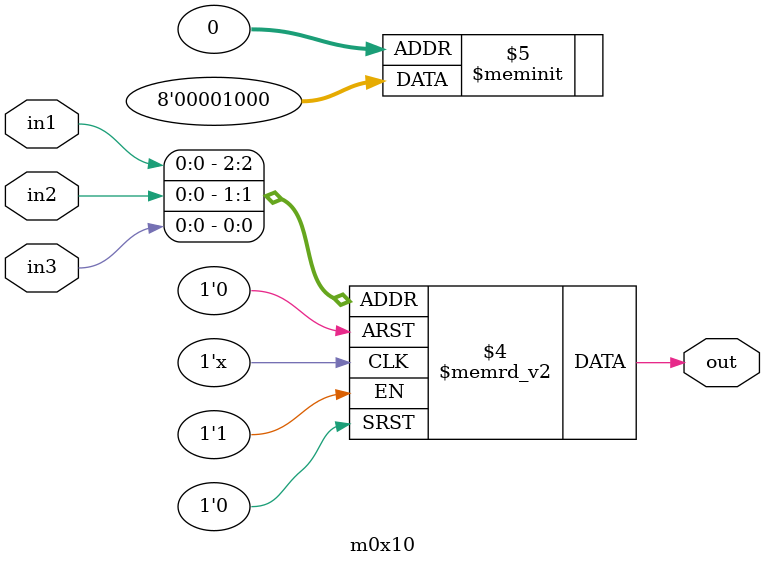
<source format=v>
module m0x10(output out, input in1, in2, in3);

   always @(in1, in2, in3)
     begin
        case({in1, in2, in3})
          3'b000: {out} = 1'b0;
          3'b001: {out} = 1'b0;
          3'b010: {out} = 1'b0;
          3'b011: {out} = 1'b1;
          3'b100: {out} = 1'b0;
          3'b101: {out} = 1'b0;
          3'b110: {out} = 1'b0;
          3'b111: {out} = 1'b0;
        endcase // case ({in1, in2, in3})
     end // always @ (in1, in2, in3)

endmodule // m0x10
</source>
